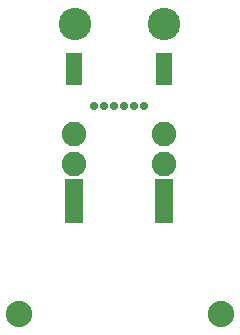
<source format=gbr>
G04 EAGLE Gerber RS-274X export*
G75*
%MOMM*%
%FSLAX34Y34*%
%LPD*%
%INSoldermask Top*%
%IPPOS*%
%AMOC8*
5,1,8,0,0,1.08239X$1,22.5*%
G01*
%ADD10C,0.703200*%
%ADD11C,2.235200*%
%ADD12R,1.524000X3.810000*%
%ADD13C,2.082800*%
%ADD14C,2.743200*%
%ADD15R,1.473200X2.743200*%


D10*
X67000Y277400D03*
D11*
X3810Y101600D03*
X175260Y101600D03*
D12*
X50800Y196850D03*
X127000Y196850D03*
D10*
X75500Y277400D03*
X84000Y277400D03*
X92500Y277400D03*
X101500Y277400D03*
X110000Y277400D03*
D13*
X127000Y228600D03*
X127000Y254000D03*
X50800Y254000D03*
X50800Y228600D03*
D14*
X126873Y346900D03*
X50927Y346900D03*
D15*
X50800Y308800D03*
X127000Y308800D03*
M02*

</source>
